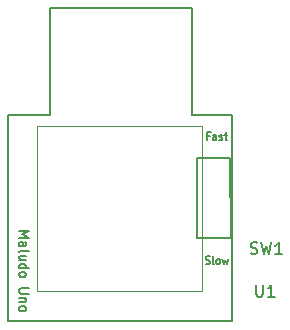
<source format=gbr>
%TF.GenerationSoftware,KiCad,Pcbnew,(5.1.6)-1*%
%TF.CreationDate,2020-09-22T19:12:10+02:00*%
%TF.ProjectId,Uno,556e6f2e-6b69-4636-9164-5f7063625858,rev?*%
%TF.SameCoordinates,Original*%
%TF.FileFunction,Legend,Top*%
%TF.FilePolarity,Positive*%
%FSLAX46Y46*%
G04 Gerber Fmt 4.6, Leading zero omitted, Abs format (unit mm)*
G04 Created by KiCad (PCBNEW (5.1.6)-1) date 2020-09-22 19:12:10*
%MOMM*%
%LPD*%
G01*
G04 APERTURE LIST*
%ADD10C,0.150000*%
%ADD11C,0.120000*%
G04 APERTURE END LIST*
D10*
X48085714Y-94683333D02*
X48171428Y-94716666D01*
X48314285Y-94716666D01*
X48371428Y-94683333D01*
X48400000Y-94650000D01*
X48428571Y-94583333D01*
X48428571Y-94516666D01*
X48400000Y-94450000D01*
X48371428Y-94416666D01*
X48314285Y-94383333D01*
X48200000Y-94350000D01*
X48142857Y-94316666D01*
X48114285Y-94283333D01*
X48085714Y-94216666D01*
X48085714Y-94150000D01*
X48114285Y-94083333D01*
X48142857Y-94050000D01*
X48200000Y-94016666D01*
X48342857Y-94016666D01*
X48428571Y-94050000D01*
X48771428Y-94716666D02*
X48714285Y-94683333D01*
X48685714Y-94616666D01*
X48685714Y-94016666D01*
X49085714Y-94716666D02*
X49028571Y-94683333D01*
X49000000Y-94650000D01*
X48971428Y-94583333D01*
X48971428Y-94383333D01*
X49000000Y-94316666D01*
X49028571Y-94283333D01*
X49085714Y-94250000D01*
X49171428Y-94250000D01*
X49228571Y-94283333D01*
X49257142Y-94316666D01*
X49285714Y-94383333D01*
X49285714Y-94583333D01*
X49257142Y-94650000D01*
X49228571Y-94683333D01*
X49171428Y-94716666D01*
X49085714Y-94716666D01*
X49485714Y-94250000D02*
X49600000Y-94716666D01*
X49714285Y-94383333D01*
X49828571Y-94716666D01*
X49942857Y-94250000D01*
X48400000Y-83850000D02*
X48200000Y-83850000D01*
X48200000Y-84216666D02*
X48200000Y-83516666D01*
X48485714Y-83516666D01*
X48971428Y-84216666D02*
X48971428Y-83850000D01*
X48942857Y-83783333D01*
X48885714Y-83750000D01*
X48771428Y-83750000D01*
X48714285Y-83783333D01*
X48971428Y-84183333D02*
X48914285Y-84216666D01*
X48771428Y-84216666D01*
X48714285Y-84183333D01*
X48685714Y-84116666D01*
X48685714Y-84050000D01*
X48714285Y-83983333D01*
X48771428Y-83950000D01*
X48914285Y-83950000D01*
X48971428Y-83916666D01*
X49228571Y-84183333D02*
X49285714Y-84216666D01*
X49400000Y-84216666D01*
X49457142Y-84183333D01*
X49485714Y-84116666D01*
X49485714Y-84083333D01*
X49457142Y-84016666D01*
X49400000Y-83983333D01*
X49314285Y-83983333D01*
X49257142Y-83950000D01*
X49228571Y-83883333D01*
X49228571Y-83850000D01*
X49257142Y-83783333D01*
X49314285Y-83750000D01*
X49400000Y-83750000D01*
X49457142Y-83783333D01*
X49657142Y-83750000D02*
X49885714Y-83750000D01*
X49742857Y-83516666D02*
X49742857Y-84116666D01*
X49771428Y-84183333D01*
X49828571Y-84216666D01*
X49885714Y-84216666D01*
%TO.C,SW1*%
X50150000Y-85750000D02*
X50200000Y-92500000D01*
X47300000Y-85750000D02*
X50150000Y-85750000D01*
X47300000Y-92500000D02*
X47300000Y-85750000D01*
X50200000Y-92500000D02*
X47300000Y-92500000D01*
%TO.C,U1*%
X31310000Y-99540000D02*
X50310000Y-99540000D01*
X34850000Y-82040000D02*
X31310000Y-82040000D01*
X46880000Y-73040000D02*
X46880000Y-82040000D01*
X46880000Y-73040000D02*
X34850000Y-73040000D01*
X31310000Y-82040000D02*
X31310000Y-99540000D01*
X46880000Y-82040000D02*
X50310000Y-82040000D01*
X50310000Y-82040000D02*
X50310000Y-99540000D01*
X34850000Y-73040000D02*
X34850000Y-82040000D01*
D11*
%TO.C,Maludo Uno*%
X33775000Y-83045000D02*
X47745000Y-83045000D01*
X47745000Y-83045000D02*
X47745000Y-97015000D01*
X47745000Y-97015000D02*
X33775000Y-97015000D01*
X33775000Y-97015000D02*
X33775000Y-83045000D01*
%TO.C,SW1*%
D10*
X51866666Y-93804761D02*
X52009523Y-93852380D01*
X52247619Y-93852380D01*
X52342857Y-93804761D01*
X52390476Y-93757142D01*
X52438095Y-93661904D01*
X52438095Y-93566666D01*
X52390476Y-93471428D01*
X52342857Y-93423809D01*
X52247619Y-93376190D01*
X52057142Y-93328571D01*
X51961904Y-93280952D01*
X51914285Y-93233333D01*
X51866666Y-93138095D01*
X51866666Y-93042857D01*
X51914285Y-92947619D01*
X51961904Y-92900000D01*
X52057142Y-92852380D01*
X52295238Y-92852380D01*
X52438095Y-92900000D01*
X52771428Y-92852380D02*
X53009523Y-93852380D01*
X53200000Y-93138095D01*
X53390476Y-93852380D01*
X53628571Y-92852380D01*
X54533333Y-93852380D02*
X53961904Y-93852380D01*
X54247619Y-93852380D02*
X54247619Y-92852380D01*
X54152380Y-92995238D01*
X54057142Y-93090476D01*
X53961904Y-93138095D01*
%TO.C,U1*%
X52338095Y-96452380D02*
X52338095Y-97261904D01*
X52385714Y-97357142D01*
X52433333Y-97404761D01*
X52528571Y-97452380D01*
X52719047Y-97452380D01*
X52814285Y-97404761D01*
X52861904Y-97357142D01*
X52909523Y-97261904D01*
X52909523Y-96452380D01*
X53909523Y-97452380D02*
X53338095Y-97452380D01*
X53623809Y-97452380D02*
X53623809Y-96452380D01*
X53528571Y-96595238D01*
X53433333Y-96690476D01*
X53338095Y-96738095D01*
%TO.C,Maludo Uno*%
X32278095Y-91928571D02*
X33078095Y-91928571D01*
X32506666Y-92195238D01*
X33078095Y-92461904D01*
X32278095Y-92461904D01*
X32278095Y-93185714D02*
X32697142Y-93185714D01*
X32773333Y-93147619D01*
X32811428Y-93071428D01*
X32811428Y-92919047D01*
X32773333Y-92842857D01*
X32316190Y-93185714D02*
X32278095Y-93109523D01*
X32278095Y-92919047D01*
X32316190Y-92842857D01*
X32392380Y-92804761D01*
X32468571Y-92804761D01*
X32544761Y-92842857D01*
X32582857Y-92919047D01*
X32582857Y-93109523D01*
X32620952Y-93185714D01*
X32278095Y-93680952D02*
X32316190Y-93604761D01*
X32392380Y-93566666D01*
X33078095Y-93566666D01*
X32811428Y-94328571D02*
X32278095Y-94328571D01*
X32811428Y-93985714D02*
X32392380Y-93985714D01*
X32316190Y-94023809D01*
X32278095Y-94100000D01*
X32278095Y-94214285D01*
X32316190Y-94290476D01*
X32354285Y-94328571D01*
X32278095Y-95052380D02*
X33078095Y-95052380D01*
X32316190Y-95052380D02*
X32278095Y-94976190D01*
X32278095Y-94823809D01*
X32316190Y-94747619D01*
X32354285Y-94709523D01*
X32430476Y-94671428D01*
X32659047Y-94671428D01*
X32735238Y-94709523D01*
X32773333Y-94747619D01*
X32811428Y-94823809D01*
X32811428Y-94976190D01*
X32773333Y-95052380D01*
X32278095Y-95547619D02*
X32316190Y-95471428D01*
X32354285Y-95433333D01*
X32430476Y-95395238D01*
X32659047Y-95395238D01*
X32735238Y-95433333D01*
X32773333Y-95471428D01*
X32811428Y-95547619D01*
X32811428Y-95661904D01*
X32773333Y-95738095D01*
X32735238Y-95776190D01*
X32659047Y-95814285D01*
X32430476Y-95814285D01*
X32354285Y-95776190D01*
X32316190Y-95738095D01*
X32278095Y-95661904D01*
X32278095Y-95547619D01*
X33078095Y-96766666D02*
X32430476Y-96766666D01*
X32354285Y-96804761D01*
X32316190Y-96842857D01*
X32278095Y-96919047D01*
X32278095Y-97071428D01*
X32316190Y-97147619D01*
X32354285Y-97185714D01*
X32430476Y-97223809D01*
X33078095Y-97223809D01*
X32811428Y-97604761D02*
X32278095Y-97604761D01*
X32735238Y-97604761D02*
X32773333Y-97642857D01*
X32811428Y-97719047D01*
X32811428Y-97833333D01*
X32773333Y-97909523D01*
X32697142Y-97947619D01*
X32278095Y-97947619D01*
X32278095Y-98442857D02*
X32316190Y-98366666D01*
X32354285Y-98328571D01*
X32430476Y-98290476D01*
X32659047Y-98290476D01*
X32735238Y-98328571D01*
X32773333Y-98366666D01*
X32811428Y-98442857D01*
X32811428Y-98557142D01*
X32773333Y-98633333D01*
X32735238Y-98671428D01*
X32659047Y-98709523D01*
X32430476Y-98709523D01*
X32354285Y-98671428D01*
X32316190Y-98633333D01*
X32278095Y-98557142D01*
X32278095Y-98442857D01*
%TD*%
M02*

</source>
